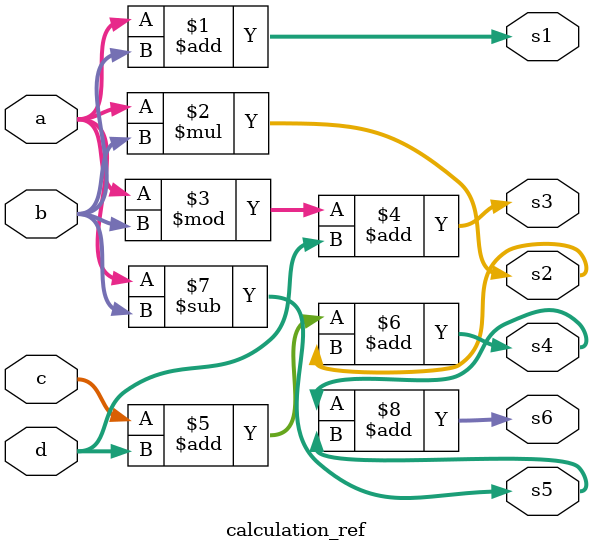
<source format=v>
module calculation_ref
#(  parameter       BW = 8)
(
    input [BW-1:0] a,
    input [BW-1:0] b,
    input [BW-1:0] c,
    input [BW-1:0] d,
    output [BW-1:0] s1,
    output [BW-1:0] s2,
    output [BW-1:0] s3,
    output [BW-1:0] s4,
    output [BW-1:0] s5,
    output [BW-1:0] s6
);

    assign s1 = a + b;
    assign s2 = a * b;
    assign s3 = a % b + d;
    assign s4 = c + d + s2;
    assign s5 = a - b;
    assign s6 = s4 + s5;
endmodule

</source>
